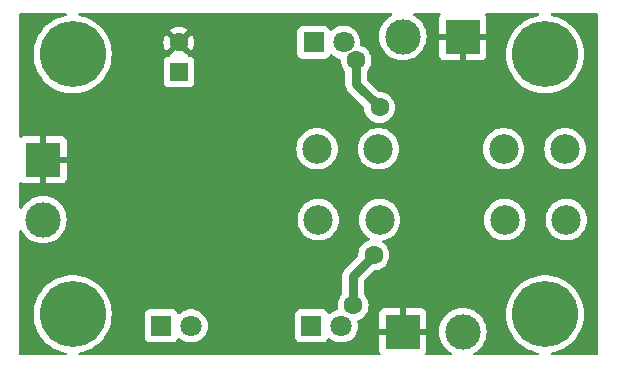
<source format=gbl>
%TF.GenerationSoftware,KiCad,Pcbnew,8.0.1*%
%TF.CreationDate,2024-08-03T23:28:49+02:00*%
%TF.ProjectId,prot_cir,70726f74-5f63-4697-922e-6b696361645f,rev?*%
%TF.SameCoordinates,Original*%
%TF.FileFunction,Copper,L2,Bot*%
%TF.FilePolarity,Positive*%
%FSLAX46Y46*%
G04 Gerber Fmt 4.6, Leading zero omitted, Abs format (unit mm)*
G04 Created by KiCad (PCBNEW 8.0.1) date 2024-08-03 23:28:49*
%MOMM*%
%LPD*%
G01*
G04 APERTURE LIST*
%TA.AperFunction,ComponentPad*%
%ADD10R,1.800000X1.800000*%
%TD*%
%TA.AperFunction,ComponentPad*%
%ADD11C,1.800000*%
%TD*%
%TA.AperFunction,ComponentPad*%
%ADD12C,5.600000*%
%TD*%
%TA.AperFunction,ComponentPad*%
%ADD13R,3.000000X3.000000*%
%TD*%
%TA.AperFunction,ComponentPad*%
%ADD14C,3.000000*%
%TD*%
%TA.AperFunction,ComponentPad*%
%ADD15C,2.500000*%
%TD*%
%TA.AperFunction,ComponentPad*%
%ADD16R,1.600000X1.600000*%
%TD*%
%TA.AperFunction,ComponentPad*%
%ADD17C,1.600000*%
%TD*%
%TA.AperFunction,ViaPad*%
%ADD18C,1.600000*%
%TD*%
%TA.AperFunction,Conductor*%
%ADD19C,0.800000*%
%TD*%
G04 APERTURE END LIST*
D10*
%TO.P,D2,1,K*%
%TO.N,Net-(D2-K)*%
X130225000Y-117000000D03*
D11*
%TO.P,D2,2,A*%
%TO.N,Net-(D1-K)*%
X132765000Y-117000000D03*
%TD*%
D10*
%TO.P,D4,1,K*%
%TO.N,Net-(D4-K)*%
X130400000Y-93000000D03*
D11*
%TO.P,D4,2,A*%
%TO.N,Net-(D1-K)*%
X132940000Y-93000000D03*
%TD*%
D12*
%TO.P,REF\u002A\u002A,1*%
%TO.N,N/C*%
X110000000Y-116000000D03*
%TD*%
%TO.P,REF\u002A\u002A,1*%
%TO.N,N/C*%
X110000000Y-94000000D03*
%TD*%
%TO.P,REF\u002A\u002A,1*%
%TO.N,N/C*%
X150000000Y-116000000D03*
%TD*%
%TO.P,REF\u002A\u002A,1*%
%TO.N,N/C*%
X150000000Y-94000000D03*
%TD*%
D13*
%TO.P,J4,1,Pin_1*%
%TO.N,GND*%
X143040000Y-92500000D03*
D14*
%TO.P,J4,2,Pin_2*%
%TO.N,Net-(J4-Pin_2)*%
X137960000Y-92500000D03*
%TD*%
D13*
%TO.P,J2,1,Pin_1*%
%TO.N,GND*%
X137960000Y-117500000D03*
D14*
%TO.P,J2,2,Pin_2*%
%TO.N,Net-(J2-Pin_2)*%
X143040000Y-117500000D03*
%TD*%
D13*
%TO.P,J1,1,Pin_1*%
%TO.N,GND*%
X107500000Y-102920000D03*
D14*
%TO.P,J1,2,Pin_2*%
%TO.N,+12V*%
X107500000Y-108000000D03*
%TD*%
D15*
%TO.P,F2,1*%
%TO.N,Net-(D1-K)*%
X130700000Y-102000000D03*
X135900000Y-102000000D03*
%TO.P,F2,2*%
%TO.N,Net-(J4-Pin_2)*%
X146500000Y-102000000D03*
X151700000Y-102000000D03*
%TD*%
%TO.P,F1,2*%
%TO.N,Net-(J2-Pin_2)*%
X151800000Y-108000000D03*
X146600000Y-108000000D03*
%TO.P,F1,1*%
%TO.N,Net-(D1-K)*%
X136000000Y-108000000D03*
X130800000Y-108000000D03*
%TD*%
D10*
%TO.P,D3,1,K*%
%TO.N,+12V*%
X117500000Y-117000000D03*
D11*
%TO.P,D3,2,A*%
%TO.N,Net-(D3-A)*%
X120040000Y-117000000D03*
%TD*%
D16*
%TO.P,C1,1*%
%TO.N,Net-(D1-K)*%
X119000000Y-95500000D03*
D17*
%TO.P,C1,2*%
%TO.N,GND*%
X119000000Y-93000000D03*
%TD*%
D18*
%TO.N,GND*%
X123500000Y-98000000D03*
%TO.N,Net-(D1-K)*%
X135500000Y-111000000D03*
X133750000Y-115250000D03*
X136000000Y-98500000D03*
X134000000Y-94500000D03*
%TO.N,GND*%
X126500000Y-96500000D03*
X126500000Y-113500000D03*
X124000000Y-114500000D03*
X115000000Y-92000000D03*
X123500000Y-92500000D03*
%TD*%
D19*
%TO.N,Net-(D1-K)*%
X133750000Y-112750000D02*
X135500000Y-111000000D01*
X133750000Y-115250000D02*
X133750000Y-112750000D01*
X134000000Y-96500000D02*
X136000000Y-98500000D01*
X134000000Y-94500000D02*
X134000000Y-96500000D01*
%TD*%
%TA.AperFunction,Conductor*%
%TO.N,GND*%
G36*
X109471991Y-90520185D02*
G01*
X109517746Y-90572989D01*
X109527690Y-90642147D01*
X109498665Y-90705703D01*
X109439887Y-90743477D01*
X109431608Y-90745601D01*
X109115726Y-90815131D01*
X108859970Y-90901306D01*
X108776565Y-90929409D01*
X108776563Y-90929410D01*
X108776552Y-90929414D01*
X108451755Y-91079680D01*
X108451751Y-91079682D01*
X108274063Y-91186594D01*
X108145081Y-91264200D01*
X108056768Y-91331333D01*
X107860172Y-91480781D01*
X107860163Y-91480789D01*
X107600331Y-91726914D01*
X107368641Y-91999680D01*
X107368634Y-91999690D01*
X107167790Y-92295913D01*
X107167784Y-92295922D01*
X107000151Y-92612111D01*
X107000142Y-92612129D01*
X106867674Y-92944600D01*
X106867672Y-92944607D01*
X106771932Y-93289434D01*
X106771926Y-93289460D01*
X106714029Y-93642614D01*
X106714028Y-93642627D01*
X106714028Y-93642629D01*
X106710152Y-93714103D01*
X106694652Y-93999992D01*
X106694652Y-94000002D01*
X106700474Y-94107379D01*
X106712238Y-94324364D01*
X106714028Y-94357368D01*
X106714029Y-94357385D01*
X106771926Y-94710539D01*
X106771932Y-94710565D01*
X106867672Y-95055392D01*
X106867674Y-95055399D01*
X107000142Y-95387870D01*
X107000151Y-95387888D01*
X107167784Y-95704077D01*
X107167790Y-95704086D01*
X107368634Y-96000309D01*
X107368641Y-96000319D01*
X107507095Y-96163319D01*
X107600332Y-96273086D01*
X107860163Y-96519211D01*
X108145081Y-96735800D01*
X108451747Y-96920315D01*
X108451749Y-96920316D01*
X108451751Y-96920317D01*
X108451755Y-96920319D01*
X108656320Y-97014960D01*
X108776565Y-97070591D01*
X109115726Y-97184868D01*
X109465254Y-97261805D01*
X109821052Y-97300500D01*
X109821058Y-97300500D01*
X110178942Y-97300500D01*
X110178948Y-97300500D01*
X110534746Y-97261805D01*
X110884274Y-97184868D01*
X111223435Y-97070591D01*
X111548253Y-96920315D01*
X111854919Y-96735800D01*
X112139837Y-96519211D01*
X112399668Y-96273086D01*
X112631365Y-96000311D01*
X112832211Y-95704085D01*
X112999853Y-95387880D01*
X113132324Y-95055403D01*
X113228071Y-94710552D01*
X113247422Y-94592516D01*
X113285970Y-94357385D01*
X113285970Y-94357382D01*
X113285972Y-94357371D01*
X113305348Y-94000000D01*
X113304542Y-93985141D01*
X113295231Y-93813405D01*
X113285972Y-93642629D01*
X113276412Y-93584317D01*
X113228073Y-93289460D01*
X113228072Y-93289459D01*
X113228071Y-93289448D01*
X113147707Y-93000002D01*
X117695034Y-93000002D01*
X117714858Y-93226599D01*
X117714860Y-93226610D01*
X117773730Y-93446317D01*
X117773735Y-93446331D01*
X117869863Y-93652478D01*
X117920974Y-93725472D01*
X118600000Y-93046446D01*
X118600000Y-93052661D01*
X118627259Y-93154394D01*
X118679920Y-93245606D01*
X118754394Y-93320080D01*
X118845606Y-93372741D01*
X118947339Y-93400000D01*
X118953553Y-93400000D01*
X118269352Y-94084199D01*
X118259506Y-94133194D01*
X118210890Y-94183377D01*
X118155367Y-94198049D01*
X118155423Y-94199099D01*
X118155429Y-94199146D01*
X118155426Y-94199146D01*
X118155436Y-94199324D01*
X118152123Y-94199501D01*
X118092516Y-94205908D01*
X117957671Y-94256202D01*
X117957664Y-94256206D01*
X117842455Y-94342452D01*
X117842452Y-94342455D01*
X117756206Y-94457664D01*
X117756202Y-94457671D01*
X117705908Y-94592517D01*
X117699501Y-94652116D01*
X117699501Y-94652123D01*
X117699500Y-94652135D01*
X117699500Y-96347870D01*
X117699501Y-96347876D01*
X117705908Y-96407483D01*
X117756202Y-96542328D01*
X117756206Y-96542335D01*
X117842452Y-96657544D01*
X117842455Y-96657547D01*
X117957664Y-96743793D01*
X117957671Y-96743797D01*
X118092517Y-96794091D01*
X118092516Y-96794091D01*
X118099444Y-96794835D01*
X118152127Y-96800500D01*
X119847872Y-96800499D01*
X119907483Y-96794091D01*
X120042331Y-96743796D01*
X120157546Y-96657546D01*
X120243796Y-96542331D01*
X120294091Y-96407483D01*
X120300500Y-96347873D01*
X120300499Y-94652128D01*
X120294091Y-94592517D01*
X120259584Y-94500000D01*
X120243797Y-94457671D01*
X120243793Y-94457664D01*
X120157547Y-94342455D01*
X120157544Y-94342452D01*
X120042335Y-94256206D01*
X120042328Y-94256202D01*
X119907482Y-94205908D01*
X119907483Y-94205908D01*
X119847883Y-94199501D01*
X119847881Y-94199500D01*
X119847873Y-94199500D01*
X119847864Y-94199500D01*
X119844548Y-94199322D01*
X119844627Y-94197847D01*
X119783215Y-94179815D01*
X119737460Y-94127011D01*
X119729969Y-94083522D01*
X119594317Y-93947870D01*
X128999500Y-93947870D01*
X128999501Y-93947876D01*
X129005908Y-94007483D01*
X129056202Y-94142328D01*
X129056206Y-94142335D01*
X129142452Y-94257544D01*
X129142455Y-94257547D01*
X129257664Y-94343793D01*
X129257671Y-94343797D01*
X129392517Y-94394091D01*
X129392516Y-94394091D01*
X129399444Y-94394835D01*
X129452127Y-94400500D01*
X131347872Y-94400499D01*
X131407483Y-94394091D01*
X131542331Y-94343796D01*
X131657546Y-94257546D01*
X131743796Y-94142331D01*
X131765478Y-94084199D01*
X131772455Y-94065493D01*
X131814326Y-94009559D01*
X131879790Y-93985141D01*
X131948063Y-93999992D01*
X131979866Y-94024843D01*
X131987302Y-94032920D01*
X131988215Y-94033912D01*
X131988222Y-94033918D01*
X132171365Y-94176464D01*
X132171371Y-94176468D01*
X132171374Y-94176470D01*
X132375497Y-94286936D01*
X132456706Y-94314815D01*
X132595017Y-94362298D01*
X132599989Y-94363557D01*
X132599503Y-94365473D01*
X132654743Y-94392219D01*
X132691185Y-94451833D01*
X132694979Y-94494885D01*
X132694532Y-94499995D01*
X132694532Y-94500000D01*
X132714364Y-94726686D01*
X132714366Y-94726697D01*
X132773258Y-94946488D01*
X132773261Y-94946497D01*
X132869431Y-95152732D01*
X132869432Y-95152734D01*
X132999951Y-95339137D01*
X132999952Y-95339138D01*
X132999953Y-95339139D01*
X133063182Y-95402368D01*
X133096666Y-95463689D01*
X133099500Y-95490048D01*
X133099500Y-96588696D01*
X133134103Y-96762659D01*
X133134106Y-96762670D01*
X133149775Y-96800494D01*
X133149776Y-96800500D01*
X133149777Y-96800500D01*
X133201984Y-96926542D01*
X133201985Y-96926544D01*
X133261063Y-97014960D01*
X133261064Y-97014961D01*
X133300534Y-97074034D01*
X134659553Y-98433053D01*
X134693038Y-98494376D01*
X134695400Y-98509926D01*
X134714364Y-98726687D01*
X134714366Y-98726697D01*
X134773258Y-98946488D01*
X134773261Y-98946497D01*
X134869431Y-99152732D01*
X134869432Y-99152734D01*
X134999954Y-99339141D01*
X135160858Y-99500045D01*
X135160861Y-99500047D01*
X135347266Y-99630568D01*
X135553504Y-99726739D01*
X135773308Y-99785635D01*
X135935230Y-99799801D01*
X135999998Y-99805468D01*
X136000000Y-99805468D01*
X136000002Y-99805468D01*
X136056673Y-99800509D01*
X136226692Y-99785635D01*
X136446496Y-99726739D01*
X136652734Y-99630568D01*
X136839139Y-99500047D01*
X137000047Y-99339139D01*
X137130568Y-99152734D01*
X137226739Y-98946496D01*
X137285635Y-98726692D01*
X137305468Y-98500000D01*
X137285635Y-98273308D01*
X137226739Y-98053504D01*
X137130568Y-97847266D01*
X137000047Y-97660861D01*
X137000045Y-97660858D01*
X136839141Y-97499954D01*
X136652734Y-97369432D01*
X136652732Y-97369431D01*
X136446497Y-97273261D01*
X136446488Y-97273258D01*
X136226697Y-97214366D01*
X136226687Y-97214364D01*
X136009926Y-97195400D01*
X135944858Y-97169947D01*
X135933053Y-97159553D01*
X134936819Y-96163319D01*
X134903334Y-96101996D01*
X134900500Y-96075638D01*
X134900500Y-95490048D01*
X134920185Y-95423009D01*
X134936814Y-95402371D01*
X135000047Y-95339139D01*
X135130568Y-95152734D01*
X135226739Y-94946496D01*
X135285635Y-94726692D01*
X135305468Y-94500000D01*
X135305020Y-94494885D01*
X135293531Y-94363557D01*
X135285635Y-94273308D01*
X135234782Y-94083522D01*
X135226741Y-94053511D01*
X135226738Y-94053502D01*
X135217606Y-94033918D01*
X135130568Y-93847266D01*
X135000047Y-93660861D01*
X135000045Y-93660858D01*
X134839141Y-93499954D01*
X134652734Y-93369432D01*
X134652732Y-93369431D01*
X134446499Y-93273262D01*
X134446496Y-93273261D01*
X134425378Y-93267602D01*
X134365721Y-93231238D01*
X134335192Y-93168391D01*
X134333899Y-93137589D01*
X134345300Y-93000005D01*
X134345300Y-92999993D01*
X134326135Y-92768702D01*
X134326133Y-92768691D01*
X134269157Y-92543699D01*
X134175924Y-92331151D01*
X134048983Y-92136852D01*
X134048980Y-92136849D01*
X134048979Y-92136847D01*
X133891784Y-91966087D01*
X133891779Y-91966083D01*
X133891777Y-91966081D01*
X133708634Y-91823535D01*
X133708628Y-91823531D01*
X133504504Y-91713064D01*
X133504495Y-91713061D01*
X133284984Y-91637702D01*
X133094450Y-91605908D01*
X133056049Y-91599500D01*
X132823951Y-91599500D01*
X132785550Y-91605908D01*
X132595015Y-91637702D01*
X132375504Y-91713061D01*
X132375495Y-91713064D01*
X132171371Y-91823531D01*
X132171365Y-91823535D01*
X131988222Y-91966081D01*
X131988218Y-91966085D01*
X131979866Y-91975158D01*
X131919979Y-92011148D01*
X131850141Y-92009047D01*
X131792525Y-91969522D01*
X131772455Y-91934507D01*
X131743797Y-91857671D01*
X131743793Y-91857664D01*
X131657547Y-91742455D01*
X131657544Y-91742452D01*
X131542335Y-91656206D01*
X131542328Y-91656202D01*
X131407482Y-91605908D01*
X131407483Y-91605908D01*
X131347883Y-91599501D01*
X131347881Y-91599500D01*
X131347873Y-91599500D01*
X131347864Y-91599500D01*
X129452129Y-91599500D01*
X129452123Y-91599501D01*
X129392516Y-91605908D01*
X129257671Y-91656202D01*
X129257664Y-91656206D01*
X129142455Y-91742452D01*
X129142452Y-91742455D01*
X129056206Y-91857664D01*
X129056202Y-91857671D01*
X129005908Y-91992517D01*
X128999501Y-92052116D01*
X128999500Y-92052135D01*
X128999500Y-93947870D01*
X119594317Y-93947870D01*
X119046447Y-93400000D01*
X119052661Y-93400000D01*
X119154394Y-93372741D01*
X119245606Y-93320080D01*
X119320080Y-93245606D01*
X119372741Y-93154394D01*
X119400000Y-93052661D01*
X119400000Y-93046447D01*
X120079024Y-93725471D01*
X120130136Y-93652478D01*
X120226264Y-93446331D01*
X120226269Y-93446317D01*
X120285139Y-93226610D01*
X120285141Y-93226599D01*
X120304966Y-93000002D01*
X120304966Y-92999997D01*
X120285141Y-92773400D01*
X120285139Y-92773389D01*
X120226269Y-92553682D01*
X120226264Y-92553668D01*
X120130136Y-92347521D01*
X120130132Y-92347513D01*
X120079025Y-92274526D01*
X119400000Y-92953551D01*
X119400000Y-92947339D01*
X119372741Y-92845606D01*
X119320080Y-92754394D01*
X119245606Y-92679920D01*
X119154394Y-92627259D01*
X119052661Y-92600000D01*
X119046448Y-92600000D01*
X119725472Y-91920974D01*
X119652478Y-91869863D01*
X119446331Y-91773735D01*
X119446317Y-91773730D01*
X119226610Y-91714860D01*
X119226599Y-91714858D01*
X119000002Y-91695034D01*
X118999998Y-91695034D01*
X118773400Y-91714858D01*
X118773389Y-91714860D01*
X118553682Y-91773730D01*
X118553673Y-91773734D01*
X118347516Y-91869866D01*
X118347512Y-91869868D01*
X118274526Y-91920973D01*
X118274526Y-91920974D01*
X118953553Y-92600000D01*
X118947339Y-92600000D01*
X118845606Y-92627259D01*
X118754394Y-92679920D01*
X118679920Y-92754394D01*
X118627259Y-92845606D01*
X118600000Y-92947339D01*
X118600000Y-92953552D01*
X117920974Y-92274526D01*
X117920973Y-92274526D01*
X117869868Y-92347512D01*
X117869866Y-92347516D01*
X117773734Y-92553673D01*
X117773730Y-92553682D01*
X117714860Y-92773389D01*
X117714858Y-92773400D01*
X117695034Y-92999997D01*
X117695034Y-93000002D01*
X113147707Y-93000002D01*
X113143395Y-92984472D01*
X113132327Y-92944607D01*
X113132325Y-92944600D01*
X112999857Y-92612129D01*
X112999848Y-92612111D01*
X112968863Y-92553668D01*
X112832211Y-92295915D01*
X112631365Y-91999689D01*
X112631361Y-91999684D01*
X112631358Y-91999680D01*
X112399668Y-91726914D01*
X112366013Y-91695034D01*
X112139837Y-91480789D01*
X112139830Y-91480783D01*
X112139827Y-91480781D01*
X112054190Y-91415682D01*
X111854919Y-91264200D01*
X111548253Y-91079685D01*
X111548252Y-91079684D01*
X111548248Y-91079682D01*
X111548244Y-91079680D01*
X111223447Y-90929414D01*
X111223441Y-90929411D01*
X111223435Y-90929409D01*
X111053854Y-90872270D01*
X110884273Y-90815131D01*
X110568392Y-90745601D01*
X110507151Y-90711965D01*
X110473817Y-90650560D01*
X110478973Y-90580881D01*
X110520982Y-90525050D01*
X110586506Y-90500795D01*
X110595048Y-90500500D01*
X136961744Y-90500500D01*
X137028783Y-90520185D01*
X137074538Y-90572989D01*
X137084482Y-90642147D01*
X137055457Y-90705703D01*
X137021171Y-90733332D01*
X136875690Y-90812770D01*
X136875682Y-90812775D01*
X136646612Y-90984254D01*
X136646594Y-90984270D01*
X136444270Y-91186594D01*
X136444254Y-91186612D01*
X136272775Y-91415682D01*
X136272770Y-91415690D01*
X136135635Y-91666833D01*
X136035628Y-91934962D01*
X135974804Y-92214566D01*
X135954390Y-92499998D01*
X135954390Y-92500001D01*
X135974804Y-92785433D01*
X136035628Y-93065037D01*
X136035630Y-93065043D01*
X136035631Y-93065046D01*
X136113292Y-93273262D01*
X136135635Y-93333166D01*
X136272770Y-93584309D01*
X136272775Y-93584317D01*
X136444254Y-93813387D01*
X136444270Y-93813405D01*
X136646594Y-94015729D01*
X136646612Y-94015745D01*
X136875682Y-94187224D01*
X136875690Y-94187229D01*
X137126833Y-94324364D01*
X137126832Y-94324364D01*
X137126836Y-94324365D01*
X137126839Y-94324367D01*
X137394954Y-94424369D01*
X137394960Y-94424370D01*
X137394962Y-94424371D01*
X137674566Y-94485195D01*
X137674568Y-94485195D01*
X137674572Y-94485196D01*
X137928220Y-94503337D01*
X137959999Y-94505610D01*
X137960000Y-94505610D01*
X137960001Y-94505610D01*
X137988595Y-94503564D01*
X138245428Y-94485196D01*
X138525046Y-94424369D01*
X138793161Y-94324367D01*
X139044315Y-94187226D01*
X139273395Y-94015739D01*
X139475739Y-93813395D01*
X139647226Y-93584315D01*
X139784367Y-93333161D01*
X139884369Y-93065046D01*
X139945196Y-92785428D01*
X139965610Y-92500000D01*
X139945196Y-92214572D01*
X139909858Y-92052127D01*
X139884371Y-91934962D01*
X139884370Y-91934960D01*
X139884369Y-91934954D01*
X139784367Y-91666839D01*
X139682771Y-91480781D01*
X139647229Y-91415690D01*
X139647224Y-91415682D01*
X139475745Y-91186612D01*
X139475729Y-91186594D01*
X139273405Y-90984270D01*
X139273387Y-90984254D01*
X139044317Y-90812775D01*
X139044309Y-90812770D01*
X138898829Y-90733332D01*
X138849424Y-90683927D01*
X138834572Y-90615654D01*
X138858989Y-90550189D01*
X138914923Y-90508318D01*
X138958256Y-90500500D01*
X141041623Y-90500500D01*
X141108662Y-90520185D01*
X141154417Y-90572989D01*
X141164361Y-90642147D01*
X141140889Y-90698812D01*
X141096647Y-90757910D01*
X141096645Y-90757913D01*
X141046403Y-90892620D01*
X141046401Y-90892627D01*
X141040000Y-90952155D01*
X141040000Y-92250000D01*
X142320936Y-92250000D01*
X142309207Y-92278316D01*
X142280000Y-92425147D01*
X142280000Y-92574853D01*
X142309207Y-92721684D01*
X142320936Y-92750000D01*
X141040000Y-92750000D01*
X141040000Y-94047844D01*
X141046401Y-94107372D01*
X141046403Y-94107379D01*
X141096645Y-94242086D01*
X141096649Y-94242093D01*
X141182809Y-94357187D01*
X141182812Y-94357190D01*
X141297906Y-94443350D01*
X141297913Y-94443354D01*
X141432620Y-94493596D01*
X141432627Y-94493598D01*
X141492155Y-94499999D01*
X141492172Y-94500000D01*
X142790000Y-94500000D01*
X142790000Y-93219064D01*
X142818316Y-93230793D01*
X142965147Y-93260000D01*
X143114853Y-93260000D01*
X143261684Y-93230793D01*
X143290000Y-93219064D01*
X143290000Y-94500000D01*
X144587828Y-94500000D01*
X144587844Y-94499999D01*
X144647372Y-94493598D01*
X144647379Y-94493596D01*
X144782086Y-94443354D01*
X144782093Y-94443350D01*
X144897187Y-94357190D01*
X144897190Y-94357187D01*
X144983350Y-94242093D01*
X144983354Y-94242086D01*
X145033596Y-94107379D01*
X145033598Y-94107372D01*
X145039999Y-94047844D01*
X145040000Y-94047827D01*
X145040000Y-92750000D01*
X143759064Y-92750000D01*
X143770793Y-92721684D01*
X143800000Y-92574853D01*
X143800000Y-92425147D01*
X143770793Y-92278316D01*
X143759064Y-92250000D01*
X145040000Y-92250000D01*
X145040000Y-90952172D01*
X145039999Y-90952155D01*
X145033598Y-90892627D01*
X145033596Y-90892620D01*
X144983354Y-90757913D01*
X144983352Y-90757910D01*
X144939111Y-90698812D01*
X144914693Y-90633348D01*
X144929544Y-90565074D01*
X144978949Y-90515669D01*
X145038377Y-90500500D01*
X149404952Y-90500500D01*
X149471991Y-90520185D01*
X149517746Y-90572989D01*
X149527690Y-90642147D01*
X149498665Y-90705703D01*
X149439887Y-90743477D01*
X149431608Y-90745601D01*
X149115726Y-90815131D01*
X148859970Y-90901306D01*
X148776565Y-90929409D01*
X148776563Y-90929410D01*
X148776552Y-90929414D01*
X148451755Y-91079680D01*
X148451751Y-91079682D01*
X148274063Y-91186594D01*
X148145081Y-91264200D01*
X148056768Y-91331333D01*
X147860172Y-91480781D01*
X147860163Y-91480789D01*
X147600331Y-91726914D01*
X147368641Y-91999680D01*
X147368634Y-91999690D01*
X147167790Y-92295913D01*
X147167784Y-92295922D01*
X147000151Y-92612111D01*
X147000142Y-92612129D01*
X146867674Y-92944600D01*
X146867672Y-92944607D01*
X146771932Y-93289434D01*
X146771926Y-93289460D01*
X146714029Y-93642614D01*
X146714028Y-93642627D01*
X146714028Y-93642629D01*
X146710152Y-93714103D01*
X146694652Y-93999992D01*
X146694652Y-94000002D01*
X146700474Y-94107379D01*
X146712238Y-94324364D01*
X146714028Y-94357368D01*
X146714029Y-94357385D01*
X146771926Y-94710539D01*
X146771932Y-94710565D01*
X146867672Y-95055392D01*
X146867674Y-95055399D01*
X147000142Y-95387870D01*
X147000151Y-95387888D01*
X147167784Y-95704077D01*
X147167790Y-95704086D01*
X147368634Y-96000309D01*
X147368641Y-96000319D01*
X147507095Y-96163319D01*
X147600332Y-96273086D01*
X147860163Y-96519211D01*
X148145081Y-96735800D01*
X148451747Y-96920315D01*
X148451749Y-96920316D01*
X148451751Y-96920317D01*
X148451755Y-96920319D01*
X148656320Y-97014960D01*
X148776565Y-97070591D01*
X149115726Y-97184868D01*
X149465254Y-97261805D01*
X149821052Y-97300500D01*
X149821058Y-97300500D01*
X150178942Y-97300500D01*
X150178948Y-97300500D01*
X150534746Y-97261805D01*
X150884274Y-97184868D01*
X151223435Y-97070591D01*
X151548253Y-96920315D01*
X151854919Y-96735800D01*
X152139837Y-96519211D01*
X152399668Y-96273086D01*
X152631365Y-96000311D01*
X152832211Y-95704085D01*
X152999853Y-95387880D01*
X153132324Y-95055403D01*
X153228071Y-94710552D01*
X153247422Y-94592516D01*
X153285970Y-94357385D01*
X153285970Y-94357382D01*
X153285972Y-94357371D01*
X153305348Y-94000000D01*
X153304542Y-93985141D01*
X153295231Y-93813405D01*
X153285972Y-93642629D01*
X153276412Y-93584317D01*
X153228073Y-93289460D01*
X153228072Y-93289459D01*
X153228071Y-93289448D01*
X153143395Y-92984472D01*
X153132327Y-92944607D01*
X153132325Y-92944600D01*
X152999857Y-92612129D01*
X152999848Y-92612111D01*
X152968863Y-92553668D01*
X152832211Y-92295915D01*
X152631365Y-91999689D01*
X152631361Y-91999684D01*
X152631358Y-91999680D01*
X152399668Y-91726914D01*
X152366013Y-91695034D01*
X152139837Y-91480789D01*
X152139830Y-91480783D01*
X152139827Y-91480781D01*
X152054190Y-91415682D01*
X151854919Y-91264200D01*
X151548253Y-91079685D01*
X151548252Y-91079684D01*
X151548248Y-91079682D01*
X151548244Y-91079680D01*
X151223447Y-90929414D01*
X151223441Y-90929411D01*
X151223435Y-90929409D01*
X151053854Y-90872270D01*
X150884273Y-90815131D01*
X150568392Y-90745601D01*
X150507151Y-90711965D01*
X150473817Y-90650560D01*
X150478973Y-90580881D01*
X150520982Y-90525050D01*
X150586506Y-90500795D01*
X150595048Y-90500500D01*
X154375500Y-90500500D01*
X154442539Y-90520185D01*
X154488294Y-90572989D01*
X154499500Y-90624500D01*
X154499500Y-119375500D01*
X154479815Y-119442539D01*
X154427011Y-119488294D01*
X154375500Y-119499500D01*
X150595048Y-119499500D01*
X150528009Y-119479815D01*
X150482254Y-119427011D01*
X150472310Y-119357853D01*
X150501335Y-119294297D01*
X150560113Y-119256523D01*
X150568392Y-119254399D01*
X150628104Y-119241255D01*
X150884274Y-119184868D01*
X151223435Y-119070591D01*
X151548253Y-118920315D01*
X151854919Y-118735800D01*
X152139837Y-118519211D01*
X152399668Y-118273086D01*
X152631365Y-118000311D01*
X152832211Y-117704085D01*
X152999853Y-117387880D01*
X153132324Y-117055403D01*
X153228071Y-116710552D01*
X153276412Y-116415685D01*
X153285970Y-116357385D01*
X153285970Y-116357382D01*
X153285972Y-116357371D01*
X153304744Y-116011148D01*
X153305348Y-116000002D01*
X153305348Y-115999997D01*
X153297631Y-115857669D01*
X153285972Y-115642629D01*
X153285164Y-115637702D01*
X153228073Y-115289460D01*
X153228072Y-115289459D01*
X153228071Y-115289448D01*
X153132324Y-114944597D01*
X152999853Y-114612120D01*
X152832211Y-114295915D01*
X152631365Y-113999689D01*
X152631361Y-113999684D01*
X152631358Y-113999680D01*
X152399668Y-113726914D01*
X152139837Y-113480789D01*
X152139830Y-113480783D01*
X152139827Y-113480781D01*
X152072245Y-113429407D01*
X151854919Y-113264200D01*
X151548253Y-113079685D01*
X151548252Y-113079684D01*
X151548248Y-113079682D01*
X151548244Y-113079680D01*
X151223447Y-112929414D01*
X151223441Y-112929411D01*
X151223435Y-112929409D01*
X151053854Y-112872270D01*
X150884273Y-112815131D01*
X150534744Y-112738194D01*
X150178949Y-112699500D01*
X150178948Y-112699500D01*
X149821052Y-112699500D01*
X149821050Y-112699500D01*
X149465255Y-112738194D01*
X149115726Y-112815131D01*
X148859970Y-112901306D01*
X148776565Y-112929409D01*
X148776563Y-112929410D01*
X148776552Y-112929414D01*
X148451755Y-113079680D01*
X148451751Y-113079682D01*
X148294394Y-113174361D01*
X148145081Y-113264200D01*
X148056768Y-113331333D01*
X147860172Y-113480781D01*
X147860163Y-113480789D01*
X147600331Y-113726914D01*
X147368641Y-113999680D01*
X147368634Y-113999690D01*
X147167790Y-114295913D01*
X147167784Y-114295922D01*
X147000151Y-114612111D01*
X147000142Y-114612129D01*
X146867674Y-114944600D01*
X146867672Y-114944607D01*
X146771932Y-115289434D01*
X146771926Y-115289460D01*
X146714029Y-115642614D01*
X146714028Y-115642627D01*
X146714028Y-115642629D01*
X146711108Y-115696488D01*
X146694652Y-115999997D01*
X146694652Y-116000002D01*
X146695256Y-116011148D01*
X146712606Y-116331151D01*
X146714028Y-116357368D01*
X146714029Y-116357385D01*
X146771926Y-116710539D01*
X146771932Y-116710565D01*
X146867672Y-117055392D01*
X146867674Y-117055399D01*
X147000142Y-117387870D01*
X147000151Y-117387888D01*
X147167784Y-117704077D01*
X147167787Y-117704082D01*
X147167789Y-117704085D01*
X147358349Y-117985141D01*
X147368634Y-118000309D01*
X147368641Y-118000319D01*
X147600331Y-118273085D01*
X147600332Y-118273086D01*
X147860163Y-118519211D01*
X148145081Y-118735800D01*
X148451747Y-118920315D01*
X148451749Y-118920316D01*
X148451751Y-118920317D01*
X148451755Y-118920319D01*
X148727361Y-119047827D01*
X148776565Y-119070591D01*
X149115726Y-119184868D01*
X149431608Y-119254399D01*
X149492849Y-119288035D01*
X149526183Y-119349440D01*
X149521027Y-119419119D01*
X149479018Y-119474950D01*
X149413494Y-119499205D01*
X149404952Y-119499500D01*
X144038256Y-119499500D01*
X143971217Y-119479815D01*
X143925462Y-119427011D01*
X143915518Y-119357853D01*
X143944543Y-119294297D01*
X143978829Y-119266668D01*
X144056982Y-119223992D01*
X144124315Y-119187226D01*
X144353395Y-119015739D01*
X144555739Y-118813395D01*
X144727226Y-118584315D01*
X144864367Y-118333161D01*
X144964369Y-118065046D01*
X144964371Y-118065037D01*
X145025195Y-117785433D01*
X145025195Y-117785432D01*
X145025196Y-117785428D01*
X145045610Y-117500000D01*
X145025196Y-117214572D01*
X144978517Y-116999993D01*
X144964371Y-116934962D01*
X144964370Y-116934960D01*
X144964369Y-116934954D01*
X144864367Y-116666839D01*
X144760562Y-116476736D01*
X144727229Y-116415690D01*
X144727224Y-116415682D01*
X144555745Y-116186612D01*
X144555729Y-116186594D01*
X144353405Y-115984270D01*
X144353387Y-115984254D01*
X144124317Y-115812775D01*
X144124309Y-115812770D01*
X143873166Y-115675635D01*
X143873167Y-115675635D01*
X143686224Y-115605909D01*
X143605046Y-115575631D01*
X143605043Y-115575630D01*
X143605037Y-115575628D01*
X143325433Y-115514804D01*
X143040001Y-115494390D01*
X143039999Y-115494390D01*
X142754566Y-115514804D01*
X142474962Y-115575628D01*
X142206833Y-115675635D01*
X141955690Y-115812770D01*
X141955682Y-115812775D01*
X141726612Y-115984254D01*
X141726594Y-115984270D01*
X141524270Y-116186594D01*
X141524254Y-116186612D01*
X141352775Y-116415682D01*
X141352770Y-116415690D01*
X141215635Y-116666833D01*
X141115628Y-116934962D01*
X141054804Y-117214566D01*
X141034390Y-117499998D01*
X141034390Y-117500001D01*
X141054804Y-117785433D01*
X141115628Y-118065037D01*
X141115630Y-118065043D01*
X141115631Y-118065046D01*
X141188345Y-118260000D01*
X141215635Y-118333166D01*
X141352770Y-118584309D01*
X141352775Y-118584317D01*
X141524254Y-118813387D01*
X141524270Y-118813405D01*
X141726594Y-119015729D01*
X141726612Y-119015745D01*
X141955682Y-119187224D01*
X141955690Y-119187229D01*
X142101171Y-119266668D01*
X142150576Y-119316073D01*
X142165428Y-119384346D01*
X142141011Y-119449811D01*
X142085077Y-119491682D01*
X142041744Y-119499500D01*
X139958377Y-119499500D01*
X139891338Y-119479815D01*
X139845583Y-119427011D01*
X139835639Y-119357853D01*
X139859111Y-119301188D01*
X139903352Y-119242089D01*
X139903354Y-119242086D01*
X139953596Y-119107379D01*
X139953598Y-119107372D01*
X139959999Y-119047844D01*
X139960000Y-119047827D01*
X139960000Y-117750000D01*
X138679064Y-117750000D01*
X138690793Y-117721684D01*
X138720000Y-117574853D01*
X138720000Y-117425147D01*
X138690793Y-117278316D01*
X138679064Y-117250000D01*
X139960000Y-117250000D01*
X139960000Y-115952172D01*
X139959999Y-115952155D01*
X139953598Y-115892627D01*
X139953596Y-115892620D01*
X139903354Y-115757913D01*
X139903350Y-115757906D01*
X139817190Y-115642812D01*
X139817187Y-115642809D01*
X139702093Y-115556649D01*
X139702086Y-115556645D01*
X139567379Y-115506403D01*
X139567372Y-115506401D01*
X139507844Y-115500000D01*
X138210000Y-115500000D01*
X138210000Y-116780935D01*
X138181684Y-116769207D01*
X138034853Y-116740000D01*
X137885147Y-116740000D01*
X137738316Y-116769207D01*
X137710000Y-116780935D01*
X137710000Y-115500000D01*
X136412155Y-115500000D01*
X136352627Y-115506401D01*
X136352620Y-115506403D01*
X136217913Y-115556645D01*
X136217906Y-115556649D01*
X136102812Y-115642809D01*
X136102809Y-115642812D01*
X136016649Y-115757906D01*
X136016645Y-115757913D01*
X135966403Y-115892620D01*
X135966401Y-115892627D01*
X135960000Y-115952155D01*
X135960000Y-117250000D01*
X137240936Y-117250000D01*
X137229207Y-117278316D01*
X137200000Y-117425147D01*
X137200000Y-117574853D01*
X137229207Y-117721684D01*
X137240936Y-117750000D01*
X135960000Y-117750000D01*
X135960000Y-119047844D01*
X135966401Y-119107372D01*
X135966403Y-119107379D01*
X136016645Y-119242086D01*
X136016647Y-119242089D01*
X136060889Y-119301188D01*
X136085307Y-119366652D01*
X136070456Y-119434926D01*
X136021051Y-119484331D01*
X135961623Y-119499500D01*
X110595048Y-119499500D01*
X110528009Y-119479815D01*
X110482254Y-119427011D01*
X110472310Y-119357853D01*
X110501335Y-119294297D01*
X110560113Y-119256523D01*
X110568392Y-119254399D01*
X110628104Y-119241255D01*
X110884274Y-119184868D01*
X111223435Y-119070591D01*
X111548253Y-118920315D01*
X111854919Y-118735800D01*
X112139837Y-118519211D01*
X112399668Y-118273086D01*
X112631365Y-118000311D01*
X112666921Y-117947870D01*
X116099500Y-117947870D01*
X116099501Y-117947876D01*
X116105908Y-118007483D01*
X116156202Y-118142328D01*
X116156206Y-118142335D01*
X116242452Y-118257544D01*
X116242455Y-118257547D01*
X116357664Y-118343793D01*
X116357671Y-118343797D01*
X116492517Y-118394091D01*
X116492516Y-118394091D01*
X116499444Y-118394835D01*
X116552127Y-118400500D01*
X118447872Y-118400499D01*
X118507483Y-118394091D01*
X118642331Y-118343796D01*
X118757546Y-118257546D01*
X118843796Y-118142331D01*
X118872455Y-118065493D01*
X118914326Y-118009559D01*
X118979790Y-117985141D01*
X119048063Y-117999992D01*
X119079866Y-118024843D01*
X119087302Y-118032920D01*
X119088215Y-118033912D01*
X119088222Y-118033918D01*
X119271365Y-118176464D01*
X119271371Y-118176468D01*
X119271374Y-118176470D01*
X119475497Y-118286936D01*
X119589487Y-118326068D01*
X119695015Y-118362297D01*
X119695017Y-118362297D01*
X119695019Y-118362298D01*
X119923951Y-118400500D01*
X119923952Y-118400500D01*
X120156048Y-118400500D01*
X120156049Y-118400500D01*
X120384981Y-118362298D01*
X120604503Y-118286936D01*
X120808626Y-118176470D01*
X120991784Y-118033913D01*
X121070992Y-117947870D01*
X128824500Y-117947870D01*
X128824501Y-117947876D01*
X128830908Y-118007483D01*
X128881202Y-118142328D01*
X128881206Y-118142335D01*
X128967452Y-118257544D01*
X128967455Y-118257547D01*
X129082664Y-118343793D01*
X129082671Y-118343797D01*
X129217517Y-118394091D01*
X129217516Y-118394091D01*
X129224444Y-118394835D01*
X129277127Y-118400500D01*
X131172872Y-118400499D01*
X131232483Y-118394091D01*
X131367331Y-118343796D01*
X131482546Y-118257546D01*
X131568796Y-118142331D01*
X131597455Y-118065493D01*
X131639326Y-118009559D01*
X131704790Y-117985141D01*
X131773063Y-117999992D01*
X131804866Y-118024843D01*
X131812302Y-118032920D01*
X131813215Y-118033912D01*
X131813222Y-118033918D01*
X131996365Y-118176464D01*
X131996371Y-118176468D01*
X131996374Y-118176470D01*
X132200497Y-118286936D01*
X132314487Y-118326068D01*
X132420015Y-118362297D01*
X132420017Y-118362297D01*
X132420019Y-118362298D01*
X132648951Y-118400500D01*
X132648952Y-118400500D01*
X132881048Y-118400500D01*
X132881049Y-118400500D01*
X133109981Y-118362298D01*
X133329503Y-118286936D01*
X133533626Y-118176470D01*
X133716784Y-118033913D01*
X133873979Y-117863153D01*
X134000924Y-117668849D01*
X134094157Y-117456300D01*
X134151134Y-117231305D01*
X134152521Y-117214566D01*
X134170300Y-117000006D01*
X134170300Y-116999993D01*
X134151135Y-116768702D01*
X134151131Y-116768682D01*
X134114778Y-116625129D01*
X134117402Y-116555309D01*
X134157358Y-116497991D01*
X134192581Y-116478163D01*
X134196479Y-116476743D01*
X134196496Y-116476739D01*
X134402734Y-116380568D01*
X134589139Y-116250047D01*
X134750047Y-116089139D01*
X134880568Y-115902734D01*
X134976739Y-115696496D01*
X135035635Y-115476692D01*
X135055468Y-115250000D01*
X135035635Y-115023308D01*
X134976739Y-114803504D01*
X134880568Y-114597266D01*
X134750047Y-114410861D01*
X134750045Y-114410858D01*
X134686819Y-114347632D01*
X134653334Y-114286309D01*
X134650500Y-114259951D01*
X134650500Y-113174361D01*
X134670185Y-113107322D01*
X134686819Y-113086680D01*
X135035305Y-112738194D01*
X135433054Y-112340444D01*
X135494375Y-112306961D01*
X135509916Y-112304600D01*
X135726692Y-112285635D01*
X135946496Y-112226739D01*
X136152734Y-112130568D01*
X136339139Y-112000047D01*
X136500047Y-111839139D01*
X136630568Y-111652734D01*
X136726739Y-111446496D01*
X136785635Y-111226692D01*
X136805468Y-111000000D01*
X136804599Y-110990072D01*
X136785635Y-110773313D01*
X136785635Y-110773312D01*
X136785635Y-110773308D01*
X136726739Y-110553504D01*
X136630568Y-110347266D01*
X136500047Y-110160861D01*
X136500045Y-110160858D01*
X136339140Y-109999953D01*
X136263289Y-109946842D01*
X136219664Y-109892265D01*
X136212470Y-109822767D01*
X136243993Y-109760412D01*
X136304223Y-109724998D01*
X136315910Y-109722656D01*
X136390615Y-109711396D01*
X136641323Y-109634063D01*
X136828111Y-109544110D01*
X136877696Y-109520232D01*
X136877696Y-109520231D01*
X136877704Y-109520228D01*
X137094479Y-109372433D01*
X137286805Y-109193981D01*
X137450386Y-108988857D01*
X137581568Y-108761643D01*
X137677420Y-108517416D01*
X137735802Y-108261630D01*
X137755408Y-108000004D01*
X144844592Y-108000004D01*
X144864196Y-108261620D01*
X144864197Y-108261625D01*
X144922576Y-108517402D01*
X144922578Y-108517411D01*
X144922580Y-108517416D01*
X145018432Y-108761643D01*
X145149614Y-108988857D01*
X145225741Y-109084317D01*
X145313198Y-109193985D01*
X145494753Y-109362441D01*
X145505521Y-109372433D01*
X145722296Y-109520228D01*
X145722301Y-109520230D01*
X145722302Y-109520231D01*
X145722303Y-109520232D01*
X145847843Y-109580688D01*
X145958673Y-109634061D01*
X145958674Y-109634061D01*
X145958677Y-109634063D01*
X146209385Y-109711396D01*
X146468818Y-109750500D01*
X146731182Y-109750500D01*
X146990615Y-109711396D01*
X147241323Y-109634063D01*
X147428111Y-109544110D01*
X147477696Y-109520232D01*
X147477696Y-109520231D01*
X147477704Y-109520228D01*
X147694479Y-109372433D01*
X147886805Y-109193981D01*
X148050386Y-108988857D01*
X148181568Y-108761643D01*
X148277420Y-108517416D01*
X148335802Y-108261630D01*
X148355408Y-108000004D01*
X150044592Y-108000004D01*
X150064196Y-108261620D01*
X150064197Y-108261625D01*
X150122576Y-108517402D01*
X150122578Y-108517411D01*
X150122580Y-108517416D01*
X150218432Y-108761643D01*
X150349614Y-108988857D01*
X150425741Y-109084317D01*
X150513198Y-109193985D01*
X150694753Y-109362441D01*
X150705521Y-109372433D01*
X150922296Y-109520228D01*
X150922301Y-109520230D01*
X150922302Y-109520231D01*
X150922303Y-109520232D01*
X151047843Y-109580688D01*
X151158673Y-109634061D01*
X151158674Y-109634061D01*
X151158677Y-109634063D01*
X151409385Y-109711396D01*
X151668818Y-109750500D01*
X151931182Y-109750500D01*
X152190615Y-109711396D01*
X152441323Y-109634063D01*
X152628111Y-109544110D01*
X152677696Y-109520232D01*
X152677696Y-109520231D01*
X152677704Y-109520228D01*
X152894479Y-109372433D01*
X153086805Y-109193981D01*
X153250386Y-108988857D01*
X153381568Y-108761643D01*
X153477420Y-108517416D01*
X153535802Y-108261630D01*
X153555408Y-108000000D01*
X153535802Y-107738370D01*
X153477420Y-107482584D01*
X153381568Y-107238357D01*
X153250386Y-107011143D01*
X153086805Y-106806019D01*
X153086804Y-106806018D01*
X153086801Y-106806014D01*
X152894479Y-106627567D01*
X152677704Y-106479772D01*
X152677700Y-106479770D01*
X152677697Y-106479768D01*
X152677696Y-106479767D01*
X152441325Y-106365938D01*
X152441327Y-106365938D01*
X152190623Y-106288606D01*
X152190619Y-106288605D01*
X152190615Y-106288604D01*
X152065823Y-106269794D01*
X151931187Y-106249500D01*
X151931182Y-106249500D01*
X151668818Y-106249500D01*
X151668812Y-106249500D01*
X151507247Y-106273853D01*
X151409385Y-106288604D01*
X151409382Y-106288605D01*
X151409376Y-106288606D01*
X151158673Y-106365938D01*
X150922303Y-106479767D01*
X150922302Y-106479768D01*
X150705520Y-106627567D01*
X150513198Y-106806014D01*
X150349614Y-107011143D01*
X150218432Y-107238356D01*
X150122582Y-107482578D01*
X150122576Y-107482597D01*
X150064197Y-107738374D01*
X150064196Y-107738379D01*
X150044592Y-107999995D01*
X150044592Y-108000004D01*
X148355408Y-108000004D01*
X148355408Y-108000000D01*
X148335802Y-107738370D01*
X148277420Y-107482584D01*
X148181568Y-107238357D01*
X148050386Y-107011143D01*
X147886805Y-106806019D01*
X147886804Y-106806018D01*
X147886801Y-106806014D01*
X147694479Y-106627567D01*
X147477704Y-106479772D01*
X147477700Y-106479770D01*
X147477697Y-106479768D01*
X147477696Y-106479767D01*
X147241325Y-106365938D01*
X147241327Y-106365938D01*
X146990623Y-106288606D01*
X146990619Y-106288605D01*
X146990615Y-106288604D01*
X146865823Y-106269794D01*
X146731187Y-106249500D01*
X146731182Y-106249500D01*
X146468818Y-106249500D01*
X146468812Y-106249500D01*
X146307247Y-106273853D01*
X146209385Y-106288604D01*
X146209382Y-106288605D01*
X146209376Y-106288606D01*
X145958673Y-106365938D01*
X145722303Y-106479767D01*
X145722302Y-106479768D01*
X145505520Y-106627567D01*
X145313198Y-106806014D01*
X145149614Y-107011143D01*
X145018432Y-107238356D01*
X144922582Y-107482578D01*
X144922576Y-107482597D01*
X144864197Y-107738374D01*
X144864196Y-107738379D01*
X144844592Y-107999995D01*
X144844592Y-108000004D01*
X137755408Y-108000004D01*
X137755408Y-108000000D01*
X137735802Y-107738370D01*
X137677420Y-107482584D01*
X137581568Y-107238357D01*
X137450386Y-107011143D01*
X137286805Y-106806019D01*
X137286804Y-106806018D01*
X137286801Y-106806014D01*
X137094479Y-106627567D01*
X136877704Y-106479772D01*
X136877700Y-106479770D01*
X136877697Y-106479768D01*
X136877696Y-106479767D01*
X136641325Y-106365938D01*
X136641327Y-106365938D01*
X136390623Y-106288606D01*
X136390619Y-106288605D01*
X136390615Y-106288604D01*
X136265823Y-106269794D01*
X136131187Y-106249500D01*
X136131182Y-106249500D01*
X135868818Y-106249500D01*
X135868812Y-106249500D01*
X135707247Y-106273853D01*
X135609385Y-106288604D01*
X135609382Y-106288605D01*
X135609376Y-106288606D01*
X135358673Y-106365938D01*
X135122303Y-106479767D01*
X135122302Y-106479768D01*
X134905520Y-106627567D01*
X134713198Y-106806014D01*
X134549614Y-107011143D01*
X134418432Y-107238356D01*
X134322582Y-107482578D01*
X134322576Y-107482597D01*
X134264197Y-107738374D01*
X134264196Y-107738379D01*
X134244592Y-107999995D01*
X134244592Y-108000004D01*
X134264196Y-108261620D01*
X134264197Y-108261625D01*
X134322576Y-108517402D01*
X134322578Y-108517411D01*
X134322580Y-108517416D01*
X134418432Y-108761643D01*
X134549614Y-108988857D01*
X134625741Y-109084317D01*
X134713198Y-109193985D01*
X134894753Y-109362441D01*
X134905521Y-109372433D01*
X135122296Y-109520228D01*
X135134199Y-109525960D01*
X135186058Y-109572781D01*
X135204371Y-109640208D01*
X135183324Y-109706833D01*
X135129598Y-109751501D01*
X135112491Y-109757455D01*
X135053509Y-109773259D01*
X135053502Y-109773261D01*
X134847267Y-109869431D01*
X134847265Y-109869432D01*
X134660858Y-109999954D01*
X134499954Y-110160858D01*
X134369432Y-110347265D01*
X134369431Y-110347267D01*
X134273261Y-110553502D01*
X134273258Y-110553511D01*
X134214366Y-110773302D01*
X134214364Y-110773312D01*
X134195400Y-110990072D01*
X134169947Y-111055140D01*
X134159553Y-111066945D01*
X133050538Y-112175961D01*
X133050537Y-112175962D01*
X133016611Y-112226738D01*
X133016610Y-112226739D01*
X132951985Y-112323455D01*
X132918046Y-112405393D01*
X132884106Y-112487329D01*
X132884103Y-112487341D01*
X132849500Y-112661303D01*
X132849500Y-114259951D01*
X132829815Y-114326990D01*
X132813181Y-114347632D01*
X132749954Y-114410858D01*
X132619432Y-114597265D01*
X132619431Y-114597267D01*
X132523261Y-114803502D01*
X132523258Y-114803511D01*
X132464366Y-115023302D01*
X132464364Y-115023313D01*
X132444532Y-115249998D01*
X132444532Y-115250000D01*
X132464364Y-115476686D01*
X132464365Y-115476691D01*
X132464366Y-115476697D01*
X132470182Y-115498403D01*
X132468519Y-115568252D01*
X132429356Y-115626115D01*
X132390670Y-115647776D01*
X132200504Y-115713061D01*
X132200495Y-115713064D01*
X131996371Y-115823531D01*
X131996365Y-115823535D01*
X131813222Y-115966081D01*
X131813218Y-115966085D01*
X131804866Y-115975158D01*
X131744979Y-116011148D01*
X131675141Y-116009047D01*
X131617525Y-115969522D01*
X131597455Y-115934507D01*
X131568797Y-115857671D01*
X131568793Y-115857664D01*
X131482547Y-115742455D01*
X131482544Y-115742452D01*
X131367335Y-115656206D01*
X131367328Y-115656202D01*
X131232482Y-115605908D01*
X131232483Y-115605908D01*
X131172883Y-115599501D01*
X131172881Y-115599500D01*
X131172873Y-115599500D01*
X131172864Y-115599500D01*
X129277129Y-115599500D01*
X129277123Y-115599501D01*
X129217516Y-115605908D01*
X129082671Y-115656202D01*
X129082664Y-115656206D01*
X128967455Y-115742452D01*
X128967452Y-115742455D01*
X128881206Y-115857664D01*
X128881202Y-115857671D01*
X128830908Y-115992517D01*
X128824501Y-116052116D01*
X128824500Y-116052135D01*
X128824500Y-117947870D01*
X121070992Y-117947870D01*
X121148979Y-117863153D01*
X121275924Y-117668849D01*
X121369157Y-117456300D01*
X121426134Y-117231305D01*
X121427521Y-117214566D01*
X121445300Y-117000006D01*
X121445300Y-116999993D01*
X121426135Y-116768702D01*
X121426133Y-116768691D01*
X121369157Y-116543699D01*
X121275924Y-116331151D01*
X121148983Y-116136852D01*
X121148980Y-116136849D01*
X121148979Y-116136847D01*
X120991784Y-115966087D01*
X120991779Y-115966083D01*
X120991777Y-115966081D01*
X120808634Y-115823535D01*
X120808628Y-115823531D01*
X120604504Y-115713064D01*
X120604495Y-115713061D01*
X120384984Y-115637702D01*
X120194450Y-115605908D01*
X120156049Y-115599500D01*
X119923951Y-115599500D01*
X119885550Y-115605908D01*
X119695015Y-115637702D01*
X119475504Y-115713061D01*
X119475495Y-115713064D01*
X119271371Y-115823531D01*
X119271365Y-115823535D01*
X119088222Y-115966081D01*
X119088218Y-115966085D01*
X119079866Y-115975158D01*
X119019979Y-116011148D01*
X118950141Y-116009047D01*
X118892525Y-115969522D01*
X118872455Y-115934507D01*
X118843797Y-115857671D01*
X118843793Y-115857664D01*
X118757547Y-115742455D01*
X118757544Y-115742452D01*
X118642335Y-115656206D01*
X118642328Y-115656202D01*
X118507482Y-115605908D01*
X118507483Y-115605908D01*
X118447883Y-115599501D01*
X118447881Y-115599500D01*
X118447873Y-115599500D01*
X118447864Y-115599500D01*
X116552129Y-115599500D01*
X116552123Y-115599501D01*
X116492516Y-115605908D01*
X116357671Y-115656202D01*
X116357664Y-115656206D01*
X116242455Y-115742452D01*
X116242452Y-115742455D01*
X116156206Y-115857664D01*
X116156202Y-115857671D01*
X116105908Y-115992517D01*
X116099501Y-116052116D01*
X116099500Y-116052135D01*
X116099500Y-117947870D01*
X112666921Y-117947870D01*
X112832211Y-117704085D01*
X112999853Y-117387880D01*
X113132324Y-117055403D01*
X113228071Y-116710552D01*
X113276412Y-116415685D01*
X113285970Y-116357385D01*
X113285970Y-116357382D01*
X113285972Y-116357371D01*
X113304744Y-116011148D01*
X113305348Y-116000002D01*
X113305348Y-115999997D01*
X113297631Y-115857669D01*
X113285972Y-115642629D01*
X113285164Y-115637702D01*
X113228073Y-115289460D01*
X113228072Y-115289459D01*
X113228071Y-115289448D01*
X113132324Y-114944597D01*
X112999853Y-114612120D01*
X112832211Y-114295915D01*
X112631365Y-113999689D01*
X112631361Y-113999684D01*
X112631358Y-113999680D01*
X112399668Y-113726914D01*
X112139837Y-113480789D01*
X112139830Y-113480783D01*
X112139827Y-113480781D01*
X112072245Y-113429407D01*
X111854919Y-113264200D01*
X111548253Y-113079685D01*
X111548252Y-113079684D01*
X111548248Y-113079682D01*
X111548244Y-113079680D01*
X111223447Y-112929414D01*
X111223441Y-112929411D01*
X111223435Y-112929409D01*
X111053854Y-112872270D01*
X110884273Y-112815131D01*
X110534744Y-112738194D01*
X110178949Y-112699500D01*
X110178948Y-112699500D01*
X109821052Y-112699500D01*
X109821050Y-112699500D01*
X109465255Y-112738194D01*
X109115726Y-112815131D01*
X108859970Y-112901306D01*
X108776565Y-112929409D01*
X108776563Y-112929410D01*
X108776552Y-112929414D01*
X108451755Y-113079680D01*
X108451751Y-113079682D01*
X108294394Y-113174361D01*
X108145081Y-113264200D01*
X108056768Y-113331333D01*
X107860172Y-113480781D01*
X107860163Y-113480789D01*
X107600331Y-113726914D01*
X107368641Y-113999680D01*
X107368634Y-113999690D01*
X107167790Y-114295913D01*
X107167784Y-114295922D01*
X107000151Y-114612111D01*
X107000142Y-114612129D01*
X106867674Y-114944600D01*
X106867672Y-114944607D01*
X106771932Y-115289434D01*
X106771926Y-115289460D01*
X106714029Y-115642614D01*
X106714028Y-115642627D01*
X106714028Y-115642629D01*
X106711108Y-115696488D01*
X106694652Y-115999997D01*
X106694652Y-116000002D01*
X106695256Y-116011148D01*
X106712606Y-116331151D01*
X106714028Y-116357368D01*
X106714029Y-116357385D01*
X106771926Y-116710539D01*
X106771932Y-116710565D01*
X106867672Y-117055392D01*
X106867674Y-117055399D01*
X107000142Y-117387870D01*
X107000151Y-117387888D01*
X107167784Y-117704077D01*
X107167787Y-117704082D01*
X107167789Y-117704085D01*
X107358349Y-117985141D01*
X107368634Y-118000309D01*
X107368641Y-118000319D01*
X107600331Y-118273085D01*
X107600332Y-118273086D01*
X107860163Y-118519211D01*
X108145081Y-118735800D01*
X108451747Y-118920315D01*
X108451749Y-118920316D01*
X108451751Y-118920317D01*
X108451755Y-118920319D01*
X108727361Y-119047827D01*
X108776565Y-119070591D01*
X109115726Y-119184868D01*
X109431608Y-119254399D01*
X109492849Y-119288035D01*
X109526183Y-119349440D01*
X109521027Y-119419119D01*
X109479018Y-119474950D01*
X109413494Y-119499205D01*
X109404952Y-119499500D01*
X105624500Y-119499500D01*
X105557461Y-119479815D01*
X105511706Y-119427011D01*
X105500500Y-119375500D01*
X105500500Y-108998256D01*
X105520185Y-108931217D01*
X105572989Y-108885462D01*
X105642147Y-108875518D01*
X105705703Y-108904543D01*
X105733332Y-108938829D01*
X105812770Y-109084309D01*
X105812775Y-109084317D01*
X105984254Y-109313387D01*
X105984270Y-109313405D01*
X106186594Y-109515729D01*
X106186612Y-109515745D01*
X106415682Y-109687224D01*
X106415690Y-109687229D01*
X106666833Y-109824364D01*
X106666832Y-109824364D01*
X106666836Y-109824365D01*
X106666839Y-109824367D01*
X106934954Y-109924369D01*
X106934960Y-109924370D01*
X106934962Y-109924371D01*
X107214566Y-109985195D01*
X107214568Y-109985195D01*
X107214572Y-109985196D01*
X107468220Y-110003337D01*
X107499999Y-110005610D01*
X107500000Y-110005610D01*
X107500001Y-110005610D01*
X107528595Y-110003564D01*
X107785428Y-109985196D01*
X108065046Y-109924369D01*
X108333161Y-109824367D01*
X108584315Y-109687226D01*
X108813395Y-109515739D01*
X109015739Y-109313395D01*
X109187226Y-109084315D01*
X109324367Y-108833161D01*
X109424369Y-108565046D01*
X109485196Y-108285428D01*
X109505610Y-108000004D01*
X129044592Y-108000004D01*
X129064196Y-108261620D01*
X129064197Y-108261625D01*
X129122576Y-108517402D01*
X129122578Y-108517411D01*
X129122580Y-108517416D01*
X129218432Y-108761643D01*
X129349614Y-108988857D01*
X129425741Y-109084317D01*
X129513198Y-109193985D01*
X129694753Y-109362441D01*
X129705521Y-109372433D01*
X129922296Y-109520228D01*
X129922301Y-109520230D01*
X129922302Y-109520231D01*
X129922303Y-109520232D01*
X130047843Y-109580688D01*
X130158673Y-109634061D01*
X130158674Y-109634061D01*
X130158677Y-109634063D01*
X130409385Y-109711396D01*
X130668818Y-109750500D01*
X130931182Y-109750500D01*
X131190615Y-109711396D01*
X131441323Y-109634063D01*
X131628111Y-109544110D01*
X131677696Y-109520232D01*
X131677696Y-109520231D01*
X131677704Y-109520228D01*
X131894479Y-109372433D01*
X132086805Y-109193981D01*
X132250386Y-108988857D01*
X132381568Y-108761643D01*
X132477420Y-108517416D01*
X132535802Y-108261630D01*
X132555408Y-108000000D01*
X132535802Y-107738370D01*
X132477420Y-107482584D01*
X132381568Y-107238357D01*
X132250386Y-107011143D01*
X132086805Y-106806019D01*
X132086804Y-106806018D01*
X132086801Y-106806014D01*
X131894479Y-106627567D01*
X131677704Y-106479772D01*
X131677700Y-106479770D01*
X131677697Y-106479768D01*
X131677696Y-106479767D01*
X131441325Y-106365938D01*
X131441327Y-106365938D01*
X131190623Y-106288606D01*
X131190619Y-106288605D01*
X131190615Y-106288604D01*
X131065823Y-106269794D01*
X130931187Y-106249500D01*
X130931182Y-106249500D01*
X130668818Y-106249500D01*
X130668812Y-106249500D01*
X130507247Y-106273853D01*
X130409385Y-106288604D01*
X130409382Y-106288605D01*
X130409376Y-106288606D01*
X130158673Y-106365938D01*
X129922303Y-106479767D01*
X129922302Y-106479768D01*
X129705520Y-106627567D01*
X129513198Y-106806014D01*
X129349614Y-107011143D01*
X129218432Y-107238356D01*
X129122582Y-107482578D01*
X129122576Y-107482597D01*
X129064197Y-107738374D01*
X129064196Y-107738379D01*
X129044592Y-107999995D01*
X129044592Y-108000004D01*
X109505610Y-108000004D01*
X109505610Y-108000000D01*
X109485196Y-107714572D01*
X109434730Y-107482584D01*
X109424371Y-107434962D01*
X109424370Y-107434960D01*
X109424369Y-107434954D01*
X109324367Y-107166839D01*
X109301754Y-107125427D01*
X109187229Y-106915690D01*
X109187224Y-106915682D01*
X109015745Y-106686612D01*
X109015729Y-106686594D01*
X108813405Y-106484270D01*
X108813387Y-106484254D01*
X108584317Y-106312775D01*
X108584309Y-106312770D01*
X108333166Y-106175635D01*
X108333167Y-106175635D01*
X108225915Y-106135632D01*
X108065046Y-106075631D01*
X108065043Y-106075630D01*
X108065037Y-106075628D01*
X107785433Y-106014804D01*
X107500001Y-105994390D01*
X107499999Y-105994390D01*
X107214566Y-106014804D01*
X106934962Y-106075628D01*
X106666833Y-106175635D01*
X106415690Y-106312770D01*
X106415682Y-106312775D01*
X106186612Y-106484254D01*
X106186594Y-106484270D01*
X105984270Y-106686594D01*
X105984254Y-106686612D01*
X105812775Y-106915682D01*
X105812770Y-106915690D01*
X105733332Y-107061170D01*
X105683926Y-107110575D01*
X105615653Y-107125427D01*
X105550189Y-107101010D01*
X105508318Y-107045076D01*
X105500500Y-107001743D01*
X105500500Y-104918377D01*
X105520185Y-104851338D01*
X105572989Y-104805583D01*
X105642147Y-104795639D01*
X105698812Y-104819111D01*
X105757910Y-104863352D01*
X105757913Y-104863354D01*
X105892620Y-104913596D01*
X105892627Y-104913598D01*
X105952155Y-104919999D01*
X105952172Y-104920000D01*
X107250000Y-104920000D01*
X107250000Y-103639064D01*
X107278316Y-103650793D01*
X107425147Y-103680000D01*
X107574853Y-103680000D01*
X107721684Y-103650793D01*
X107750000Y-103639064D01*
X107750000Y-104920000D01*
X109047828Y-104920000D01*
X109047844Y-104919999D01*
X109107372Y-104913598D01*
X109107379Y-104913596D01*
X109242086Y-104863354D01*
X109242093Y-104863350D01*
X109357187Y-104777190D01*
X109357190Y-104777187D01*
X109443350Y-104662093D01*
X109443354Y-104662086D01*
X109493596Y-104527379D01*
X109493598Y-104527372D01*
X109499999Y-104467844D01*
X109500000Y-104467827D01*
X109500000Y-103170000D01*
X108219064Y-103170000D01*
X108230793Y-103141684D01*
X108260000Y-102994853D01*
X108260000Y-102845147D01*
X108230793Y-102698316D01*
X108219064Y-102670000D01*
X109500000Y-102670000D01*
X109500000Y-102000004D01*
X128944592Y-102000004D01*
X128964196Y-102261620D01*
X128964197Y-102261625D01*
X129022576Y-102517402D01*
X129022578Y-102517411D01*
X129022580Y-102517416D01*
X129118432Y-102761643D01*
X129249614Y-102988857D01*
X129254396Y-102994853D01*
X129413198Y-103193985D01*
X129505896Y-103279995D01*
X129605521Y-103372433D01*
X129822296Y-103520228D01*
X129822301Y-103520230D01*
X129822302Y-103520231D01*
X129822303Y-103520232D01*
X129947843Y-103580688D01*
X130058673Y-103634061D01*
X130058674Y-103634061D01*
X130058677Y-103634063D01*
X130309385Y-103711396D01*
X130568818Y-103750500D01*
X130831182Y-103750500D01*
X131090615Y-103711396D01*
X131341323Y-103634063D01*
X131577704Y-103520228D01*
X131794479Y-103372433D01*
X131986805Y-103193981D01*
X132150386Y-102988857D01*
X132281568Y-102761643D01*
X132377420Y-102517416D01*
X132435802Y-102261630D01*
X132455408Y-102000004D01*
X134144592Y-102000004D01*
X134164196Y-102261620D01*
X134164197Y-102261625D01*
X134222576Y-102517402D01*
X134222578Y-102517411D01*
X134222580Y-102517416D01*
X134318432Y-102761643D01*
X134449614Y-102988857D01*
X134454396Y-102994853D01*
X134613198Y-103193985D01*
X134705896Y-103279995D01*
X134805521Y-103372433D01*
X135022296Y-103520228D01*
X135022301Y-103520230D01*
X135022302Y-103520231D01*
X135022303Y-103520232D01*
X135147843Y-103580688D01*
X135258673Y-103634061D01*
X135258674Y-103634061D01*
X135258677Y-103634063D01*
X135509385Y-103711396D01*
X135768818Y-103750500D01*
X136031182Y-103750500D01*
X136290615Y-103711396D01*
X136541323Y-103634063D01*
X136777704Y-103520228D01*
X136994479Y-103372433D01*
X137186805Y-103193981D01*
X137350386Y-102988857D01*
X137481568Y-102761643D01*
X137577420Y-102517416D01*
X137635802Y-102261630D01*
X137655408Y-102000004D01*
X144744592Y-102000004D01*
X144764196Y-102261620D01*
X144764197Y-102261625D01*
X144822576Y-102517402D01*
X144822578Y-102517411D01*
X144822580Y-102517416D01*
X144918432Y-102761643D01*
X145049614Y-102988857D01*
X145054396Y-102994853D01*
X145213198Y-103193985D01*
X145305896Y-103279995D01*
X145405521Y-103372433D01*
X145622296Y-103520228D01*
X145622301Y-103520230D01*
X145622302Y-103520231D01*
X145622303Y-103520232D01*
X145747843Y-103580688D01*
X145858673Y-103634061D01*
X145858674Y-103634061D01*
X145858677Y-103634063D01*
X146109385Y-103711396D01*
X146368818Y-103750500D01*
X146631182Y-103750500D01*
X146890615Y-103711396D01*
X147141323Y-103634063D01*
X147377704Y-103520228D01*
X147594479Y-103372433D01*
X147786805Y-103193981D01*
X147950386Y-102988857D01*
X148081568Y-102761643D01*
X148177420Y-102517416D01*
X148235802Y-102261630D01*
X148255408Y-102000004D01*
X149944592Y-102000004D01*
X149964196Y-102261620D01*
X149964197Y-102261625D01*
X150022576Y-102517402D01*
X150022578Y-102517411D01*
X150022580Y-102517416D01*
X150118432Y-102761643D01*
X150249614Y-102988857D01*
X150254396Y-102994853D01*
X150413198Y-103193985D01*
X150505896Y-103279995D01*
X150605521Y-103372433D01*
X150822296Y-103520228D01*
X150822301Y-103520230D01*
X150822302Y-103520231D01*
X150822303Y-103520232D01*
X150947843Y-103580688D01*
X151058673Y-103634061D01*
X151058674Y-103634061D01*
X151058677Y-103634063D01*
X151309385Y-103711396D01*
X151568818Y-103750500D01*
X151831182Y-103750500D01*
X152090615Y-103711396D01*
X152341323Y-103634063D01*
X152577704Y-103520228D01*
X152794479Y-103372433D01*
X152986805Y-103193981D01*
X153150386Y-102988857D01*
X153281568Y-102761643D01*
X153377420Y-102517416D01*
X153435802Y-102261630D01*
X153455408Y-102000000D01*
X153435802Y-101738370D01*
X153377420Y-101482584D01*
X153281568Y-101238357D01*
X153150386Y-101011143D01*
X152986805Y-100806019D01*
X152986804Y-100806018D01*
X152986801Y-100806014D01*
X152794479Y-100627567D01*
X152577704Y-100479772D01*
X152577700Y-100479770D01*
X152577697Y-100479768D01*
X152577696Y-100479767D01*
X152341325Y-100365938D01*
X152341327Y-100365938D01*
X152090623Y-100288606D01*
X152090619Y-100288605D01*
X152090615Y-100288604D01*
X151965823Y-100269794D01*
X151831187Y-100249500D01*
X151831182Y-100249500D01*
X151568818Y-100249500D01*
X151568812Y-100249500D01*
X151407247Y-100273853D01*
X151309385Y-100288604D01*
X151309382Y-100288605D01*
X151309376Y-100288606D01*
X151058673Y-100365938D01*
X150822303Y-100479767D01*
X150822302Y-100479768D01*
X150605520Y-100627567D01*
X150413198Y-100806014D01*
X150249614Y-101011143D01*
X150118432Y-101238356D01*
X150022582Y-101482578D01*
X150022576Y-101482597D01*
X149964197Y-101738374D01*
X149964196Y-101738379D01*
X149944592Y-101999995D01*
X149944592Y-102000004D01*
X148255408Y-102000004D01*
X148255408Y-102000000D01*
X148235802Y-101738370D01*
X148177420Y-101482584D01*
X148081568Y-101238357D01*
X147950386Y-101011143D01*
X147786805Y-100806019D01*
X147786804Y-100806018D01*
X147786801Y-100806014D01*
X147594479Y-100627567D01*
X147377704Y-100479772D01*
X147377700Y-100479770D01*
X147377697Y-100479768D01*
X147377696Y-100479767D01*
X147141325Y-100365938D01*
X147141327Y-100365938D01*
X146890623Y-100288606D01*
X146890619Y-100288605D01*
X146890615Y-100288604D01*
X146765823Y-100269794D01*
X146631187Y-100249500D01*
X146631182Y-100249500D01*
X146368818Y-100249500D01*
X146368812Y-100249500D01*
X146207247Y-100273853D01*
X146109385Y-100288604D01*
X146109382Y-100288605D01*
X146109376Y-100288606D01*
X145858673Y-100365938D01*
X145622303Y-100479767D01*
X145622302Y-100479768D01*
X145405520Y-100627567D01*
X145213198Y-100806014D01*
X145049614Y-101011143D01*
X144918432Y-101238356D01*
X144822582Y-101482578D01*
X144822576Y-101482597D01*
X144764197Y-101738374D01*
X144764196Y-101738379D01*
X144744592Y-101999995D01*
X144744592Y-102000004D01*
X137655408Y-102000004D01*
X137655408Y-102000000D01*
X137635802Y-101738370D01*
X137577420Y-101482584D01*
X137481568Y-101238357D01*
X137350386Y-101011143D01*
X137186805Y-100806019D01*
X137186804Y-100806018D01*
X137186801Y-100806014D01*
X136994479Y-100627567D01*
X136777704Y-100479772D01*
X136777700Y-100479770D01*
X136777697Y-100479768D01*
X136777696Y-100479767D01*
X136541325Y-100365938D01*
X136541327Y-100365938D01*
X136290623Y-100288606D01*
X136290619Y-100288605D01*
X136290615Y-100288604D01*
X136165823Y-100269794D01*
X136031187Y-100249500D01*
X136031182Y-100249500D01*
X135768818Y-100249500D01*
X135768812Y-100249500D01*
X135607247Y-100273853D01*
X135509385Y-100288604D01*
X135509382Y-100288605D01*
X135509376Y-100288606D01*
X135258673Y-100365938D01*
X135022303Y-100479767D01*
X135022302Y-100479768D01*
X134805520Y-100627567D01*
X134613198Y-100806014D01*
X134449614Y-101011143D01*
X134318432Y-101238356D01*
X134222582Y-101482578D01*
X134222576Y-101482597D01*
X134164197Y-101738374D01*
X134164196Y-101738379D01*
X134144592Y-101999995D01*
X134144592Y-102000004D01*
X132455408Y-102000004D01*
X132455408Y-102000000D01*
X132435802Y-101738370D01*
X132377420Y-101482584D01*
X132281568Y-101238357D01*
X132150386Y-101011143D01*
X131986805Y-100806019D01*
X131986804Y-100806018D01*
X131986801Y-100806014D01*
X131794479Y-100627567D01*
X131577704Y-100479772D01*
X131577700Y-100479770D01*
X131577697Y-100479768D01*
X131577696Y-100479767D01*
X131341325Y-100365938D01*
X131341327Y-100365938D01*
X131090623Y-100288606D01*
X131090619Y-100288605D01*
X131090615Y-100288604D01*
X130965823Y-100269794D01*
X130831187Y-100249500D01*
X130831182Y-100249500D01*
X130568818Y-100249500D01*
X130568812Y-100249500D01*
X130407247Y-100273853D01*
X130309385Y-100288604D01*
X130309382Y-100288605D01*
X130309376Y-100288606D01*
X130058673Y-100365938D01*
X129822303Y-100479767D01*
X129822302Y-100479768D01*
X129605520Y-100627567D01*
X129413198Y-100806014D01*
X129249614Y-101011143D01*
X129118432Y-101238356D01*
X129022582Y-101482578D01*
X129022576Y-101482597D01*
X128964197Y-101738374D01*
X128964196Y-101738379D01*
X128944592Y-101999995D01*
X128944592Y-102000004D01*
X109500000Y-102000004D01*
X109500000Y-101372172D01*
X109499999Y-101372155D01*
X109493598Y-101312627D01*
X109493596Y-101312620D01*
X109443354Y-101177913D01*
X109443350Y-101177906D01*
X109357190Y-101062812D01*
X109357187Y-101062809D01*
X109242093Y-100976649D01*
X109242086Y-100976645D01*
X109107379Y-100926403D01*
X109107372Y-100926401D01*
X109047844Y-100920000D01*
X107750000Y-100920000D01*
X107750000Y-102200935D01*
X107721684Y-102189207D01*
X107574853Y-102160000D01*
X107425147Y-102160000D01*
X107278316Y-102189207D01*
X107250000Y-102200935D01*
X107250000Y-100920000D01*
X105952155Y-100920000D01*
X105892627Y-100926401D01*
X105892620Y-100926403D01*
X105757913Y-100976645D01*
X105757910Y-100976647D01*
X105698811Y-101020889D01*
X105633346Y-101045306D01*
X105565073Y-101030454D01*
X105515668Y-100981049D01*
X105500500Y-100921622D01*
X105500500Y-90624500D01*
X105520185Y-90557461D01*
X105572989Y-90511706D01*
X105624500Y-90500500D01*
X109404952Y-90500500D01*
X109471991Y-90520185D01*
G37*
%TD.AperFunction*%
%TD*%
M02*

</source>
